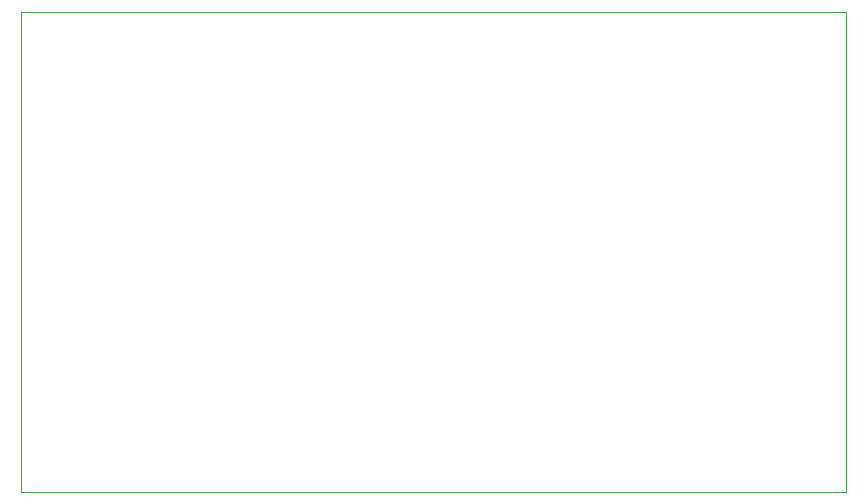
<source format=gbr>
G04 #@! TF.GenerationSoftware,KiCad,Pcbnew,5.1.2+dfsg1-1*
G04 #@! TF.CreationDate,2019-08-07T20:01:01+08:00*
G04 #@! TF.ProjectId,LCD_MINI,4c43445f-4d49-44e4-992e-6b696361645f,rev?*
G04 #@! TF.SameCoordinates,Original*
G04 #@! TF.FileFunction,Profile,NP*
%FSLAX46Y46*%
G04 Gerber Fmt 4.6, Leading zero omitted, Abs format (unit mm)*
G04 Created by KiCad (PCBNEW 5.1.2+dfsg1-1) date 2019-08-07 20:01:01*
%MOMM*%
%LPD*%
G04 APERTURE LIST*
%ADD10C,0.050000*%
G04 APERTURE END LIST*
D10*
X111760000Y-115570000D02*
X181610000Y-115570000D01*
X181610000Y-74930000D02*
X181610000Y-115570000D01*
X111760000Y-74930000D02*
X181610000Y-74930000D01*
X111760000Y-115570000D02*
X111760000Y-74930000D01*
M02*

</source>
